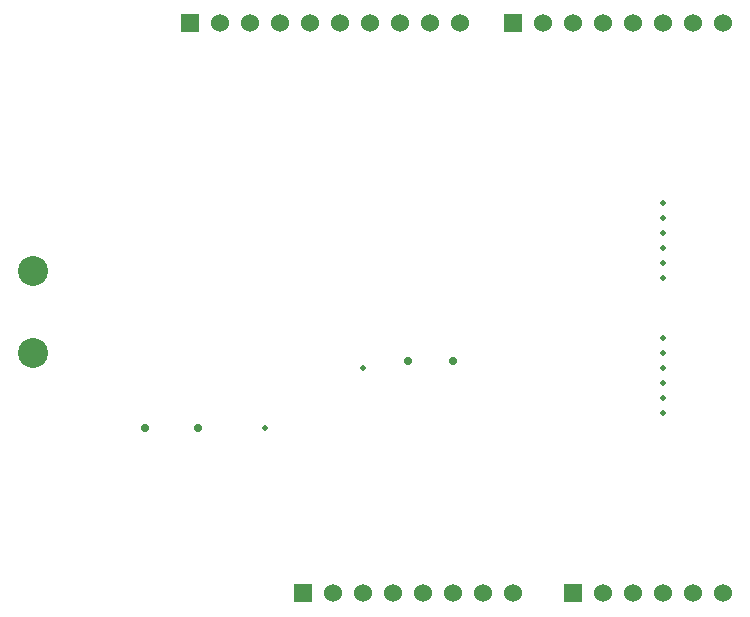
<source format=gbs>
G04*
G04 #@! TF.GenerationSoftware,Altium Limited,Altium Designer,23.0.1 (38)*
G04*
G04 Layer_Color=16711935*
%FSLAX44Y44*%
%MOMM*%
G71*
G04*
G04 #@! TF.SameCoordinates,0F5A5953-1C99-4B13-B072-97D860EFC2FA*
G04*
G04*
G04 #@! TF.FilePolarity,Negative*
G04*
G01*
G75*
%ADD22R,1.5300X1.5300*%
%ADD23C,1.5300*%
%ADD24C,2.5400*%
%ADD25C,0.5080*%
%ADD26C,0.7112*%
D22*
X184150Y508000D02*
D03*
X457200D02*
D03*
X508000Y25400D02*
D03*
X279400D02*
D03*
D23*
X209550Y508000D02*
D03*
X234950D02*
D03*
X260350D02*
D03*
X285750D02*
D03*
X311150D02*
D03*
X336550D02*
D03*
X361950D02*
D03*
X387350D02*
D03*
X412750D02*
D03*
X482600D02*
D03*
X508000D02*
D03*
X533400D02*
D03*
X558800D02*
D03*
X584200D02*
D03*
X609600D02*
D03*
X635000D02*
D03*
X533400Y25400D02*
D03*
X558800D02*
D03*
X584200D02*
D03*
X609600D02*
D03*
X635000D02*
D03*
X304800D02*
D03*
X330200D02*
D03*
X355600D02*
D03*
X381000D02*
D03*
X406400D02*
D03*
X431800D02*
D03*
X457200D02*
D03*
D24*
X50800Y228600D02*
D03*
Y298450D02*
D03*
D25*
X584200Y355600D02*
D03*
Y342900D02*
D03*
Y330200D02*
D03*
Y317500D02*
D03*
Y304800D02*
D03*
Y292100D02*
D03*
Y241300D02*
D03*
Y228600D02*
D03*
Y215900D02*
D03*
Y203200D02*
D03*
Y190500D02*
D03*
Y177800D02*
D03*
X330200Y215900D02*
D03*
X247650Y165100D02*
D03*
D26*
X406400Y222250D02*
D03*
X368300D02*
D03*
X190500Y165100D02*
D03*
X146050D02*
D03*
M02*

</source>
